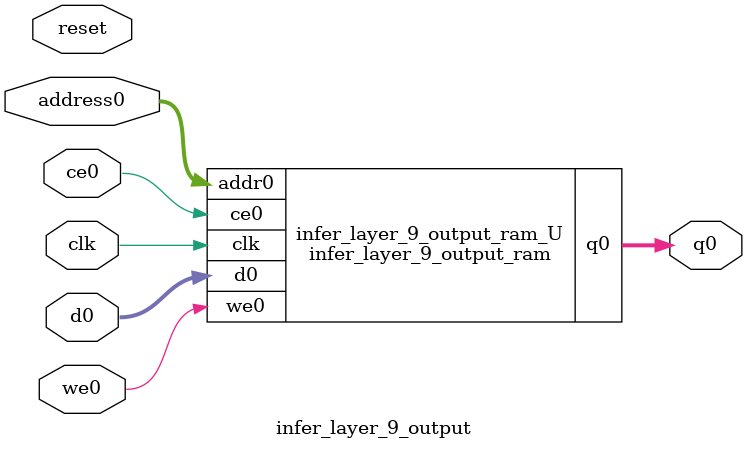
<source format=v>
`timescale 1 ns / 1 ps
module infer_layer_9_output_ram (addr0, ce0, d0, we0, q0,  clk);

parameter DWIDTH = 32;
parameter AWIDTH = 6;
parameter MEM_SIZE = 64;

input[AWIDTH-1:0] addr0;
input ce0;
input[DWIDTH-1:0] d0;
input we0;
output reg[DWIDTH-1:0] q0;
input clk;

reg [DWIDTH-1:0] ram[0:MEM_SIZE-1];




always @(posedge clk)  
begin 
    if (ce0) begin
        if (we0) 
            ram[addr0] <= d0; 
        q0 <= ram[addr0];
    end
end


endmodule

`timescale 1 ns / 1 ps
module infer_layer_9_output(
    reset,
    clk,
    address0,
    ce0,
    we0,
    d0,
    q0);

parameter DataWidth = 32'd32;
parameter AddressRange = 32'd64;
parameter AddressWidth = 32'd6;
input reset;
input clk;
input[AddressWidth - 1:0] address0;
input ce0;
input we0;
input[DataWidth - 1:0] d0;
output[DataWidth - 1:0] q0;



infer_layer_9_output_ram infer_layer_9_output_ram_U(
    .clk( clk ),
    .addr0( address0 ),
    .ce0( ce0 ),
    .we0( we0 ),
    .d0( d0 ),
    .q0( q0 ));

endmodule


</source>
